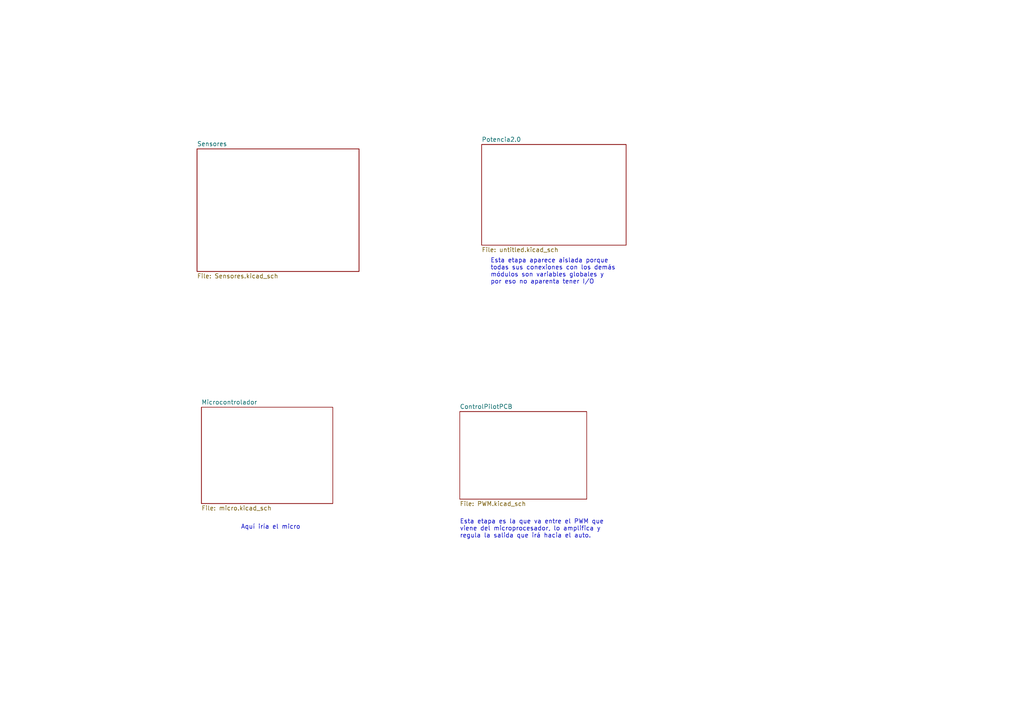
<source format=kicad_sch>
(kicad_sch (version 20230121) (generator eeschema)
  (paper "A4")
  (lib_symbols)
  (text "Aquí iría el micro\n" (at 69.85 153.67 0) (effects (font (size 1.27 1.27)) (justify left bottom)))
  (text "Esta etapa es la que va entre el PWM que \nviene del microprocesador, lo amplifica y \nregula la salida que irá hacia el auto." (at 133.35 156.21 0) (effects (font (size 1.27 1.27)) (justify left bottom)))
  (text "Esta etapa aparece aislada porque\ntodas sus conexiones con los demás\nmódulos son variables globales y\npor eso no aparenta tener I/O" (at 142.24 82.55 0) (effects (font (size 1.27 1.27)) (justify left bottom)))
  (sheet (at 58.42 118.11) (size 38.1 27.94) (stroke (width 0.1524))
    (property "Sheetname" "Microcontrolador" (at 58.42 117.3984 0) (effects (justify left bottom)))
    (property "Sheetfile" "micro.kicad_sch" (at 58.42 146.6346 0) (effects (justify left top)))
  )
  (sheet (at 57.15 43.18) (size 46.99 35.56) (stroke (width 0.1524))
    (property "Sheetname" "Sensores" (at 57.15 42.4684 0) (effects (justify left bottom)))
    (property "Sheetfile" "Sensores.kicad_sch" (at 57.15 79.3246 0) (effects (justify left top)))
  )
  (sheet (at 133.35 119.38) (size 36.83 25.4) (stroke (width 0.1524))
    (property "Sheetname" "ControlPilotPCB" (at 133.35 118.6684 0) (effects (justify left bottom)))
    (property "Sheetfile" "PWM.kicad_sch" (at 133.35 145.3646 0) (effects (justify left top)))
  )
  (sheet (at 139.7 41.91) (size 41.91 29.21) (stroke (width 0.1524))
    (property "Sheetname" "Potencia2.0" (at 139.7 41.1984 0) (effects (justify left bottom)))
    (property "Sheetfile" "untitled.kicad_sch" (at 139.7 71.7046 0) (effects (justify left top)))
  )
)
</source>
